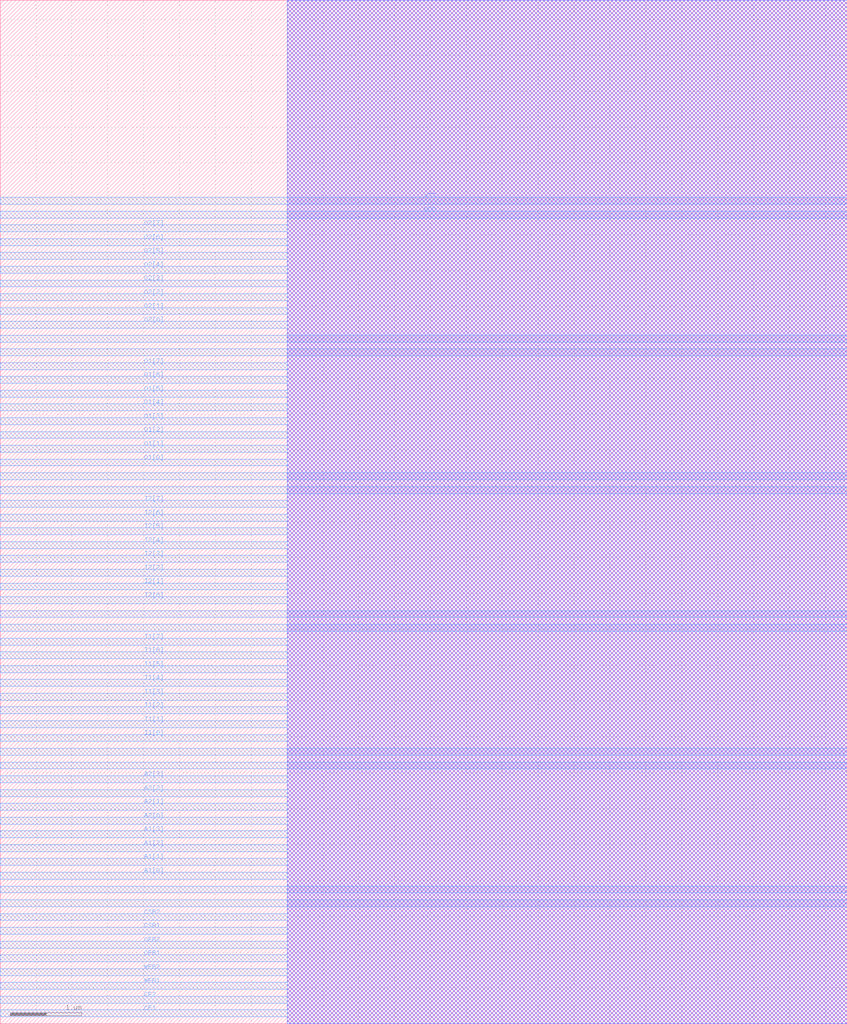
<source format=lef>
VERSION 5.6 ;
BUSBITCHARS "[]" ;
DIVIDERCHAR "/" ;

MACRO SRAM2RW16x8
  CLASS BLOCK ;
  ORIGIN 0 0 ;
  FOREIGN SRAM2RW16x8 0 0 ;
  SIZE 11.808 BY 14.272 ;
  SYMMETRY X Y ;
  SITE asap7sc7p5t ;
  PIN VDD
    DIRECTION INOUT ;
    USE POWER ;
    PORT 
      LAYER M4 ;
        RECT 0.0 1.632 11.808 1.728 ;
        RECT 0.0 3.552 11.808 3.648 ;
        RECT 0.0 5.472 11.808 5.568 ;
        RECT 0.0 7.392 11.808 7.488 ;
        RECT 0.0 9.312 11.808 9.408 ;
        RECT 0.0 11.232 11.808 11.328 ;
    END 
  END VDD
  PIN VSS
    DIRECTION INOUT ;
    USE GROUND ;
    PORT 
      LAYER M4 ;
        RECT 0.0 1.824 11.808 1.92 ;
        RECT 0.0 3.744 11.808 3.84 ;
        RECT 0.0 5.664 11.808 5.76 ;
        RECT 0.0 7.584 11.808 7.68 ;
        RECT 0.0 9.504 11.808 9.6 ;
        RECT 0.0 11.424 11.808 11.52 ;
    END 
  END VSS
  PIN CE1
    DIRECTION INPUT ;
    USE SIGNAL ;
    PORT 
      LAYER M4 ;
        RECT 0.0 0.096 4.0 0.192 ;
    END 
  END CE1
  PIN CE2
    DIRECTION INPUT ;
    USE SIGNAL ;
    PORT 
      LAYER M4 ;
        RECT 0.0 0.288 4.0 0.384 ;
    END 
  END CE2
  PIN WEB1
    DIRECTION INPUT ;
    USE SIGNAL ;
    PORT 
      LAYER M4 ;
        RECT 0.0 0.48 4.0 0.576 ;
    END 
  END WEB1
  PIN WEB2
    DIRECTION INPUT ;
    USE SIGNAL ;
    PORT 
      LAYER M4 ;
        RECT 0.0 0.672 4.0 0.768 ;
    END 
  END WEB2
  PIN OEB1
    DIRECTION INPUT ;
    USE SIGNAL ;
    PORT 
      LAYER M4 ;
        RECT 0.0 0.864 4.0 0.96 ;
    END 
  END OEB1
  PIN OEB2
    DIRECTION INPUT ;
    USE SIGNAL ;
    PORT 
      LAYER M4 ;
        RECT 0.0 1.056 4.0 1.152 ;
    END 
  END OEB2
  PIN CSB1
    DIRECTION INPUT ;
    USE SIGNAL ;
    PORT 
      LAYER M4 ;
        RECT 0.0 1.248 4.0 1.344 ;
    END 
  END CSB1
  PIN CSB2
    DIRECTION INPUT ;
    USE SIGNAL ;
    PORT 
      LAYER M4 ;
        RECT 0.0 1.44 4.0 1.536 ;
    END 
  END CSB2
  PIN A1[0]
    DIRECTION INPUT ;
    USE SIGNAL ;
    PORT 
      LAYER M4 ;
        RECT 0.0 2.016 4.0 2.112 ;
    END 
  END A1[0]
  PIN A1[1]
    DIRECTION INPUT ;
    USE SIGNAL ;
    PORT 
      LAYER M4 ;
        RECT 0.0 2.208 4.0 2.304 ;
    END 
  END A1[1]
  PIN A1[2]
    DIRECTION INPUT ;
    USE SIGNAL ;
    PORT 
      LAYER M4 ;
        RECT 0.0 2.4 4.0 2.496 ;
    END 
  END A1[2]
  PIN A1[3]
    DIRECTION INPUT ;
    USE SIGNAL ;
    PORT 
      LAYER M4 ;
        RECT 0.0 2.592 4.0 2.688 ;
    END 
  END A1[3]
  PIN A2[0]
    DIRECTION INPUT ;
    USE SIGNAL ;
    PORT 
      LAYER M4 ;
        RECT 0.0 2.784 4.0 2.88 ;
    END 
  END A2[0]
  PIN A2[1]
    DIRECTION INPUT ;
    USE SIGNAL ;
    PORT 
      LAYER M4 ;
        RECT 0.0 2.976 4.0 3.072 ;
    END 
  END A2[1]
  PIN A2[2]
    DIRECTION INPUT ;
    USE SIGNAL ;
    PORT 
      LAYER M4 ;
        RECT 0.0 3.168 4.0 3.264 ;
    END 
  END A2[2]
  PIN A2[3]
    DIRECTION INPUT ;
    USE SIGNAL ;
    PORT 
      LAYER M4 ;
        RECT 0.0 3.36 4.0 3.456 ;
    END 
  END A2[3]
  PIN I1[0]
    DIRECTION INPUT ;
    USE SIGNAL ;
    PORT 
      LAYER M4 ;
        RECT 0.0 3.936 4.0 4.032 ;
    END 
  END I1[0]
  PIN I1[1]
    DIRECTION INPUT ;
    USE SIGNAL ;
    PORT 
      LAYER M4 ;
        RECT 0.0 4.128 4.0 4.224 ;
    END 
  END I1[1]
  PIN I1[2]
    DIRECTION INPUT ;
    USE SIGNAL ;
    PORT 
      LAYER M4 ;
        RECT 0.0 4.32 4.0 4.416 ;
    END 
  END I1[2]
  PIN I1[3]
    DIRECTION INPUT ;
    USE SIGNAL ;
    PORT 
      LAYER M4 ;
        RECT 0.0 4.512 4.0 4.608 ;
    END 
  END I1[3]
  PIN I1[4]
    DIRECTION INPUT ;
    USE SIGNAL ;
    PORT 
      LAYER M4 ;
        RECT 0.0 4.704 4.0 4.8 ;
    END 
  END I1[4]
  PIN I1[5]
    DIRECTION INPUT ;
    USE SIGNAL ;
    PORT 
      LAYER M4 ;
        RECT 0.0 4.896 4.0 4.992 ;
    END 
  END I1[5]
  PIN I1[6]
    DIRECTION INPUT ;
    USE SIGNAL ;
    PORT 
      LAYER M4 ;
        RECT 0.0 5.088 4.0 5.184 ;
    END 
  END I1[6]
  PIN I1[7]
    DIRECTION INPUT ;
    USE SIGNAL ;
    PORT 
      LAYER M4 ;
        RECT 0.0 5.28 4.0 5.376 ;
    END 
  END I1[7]
  PIN I2[0]
    DIRECTION INPUT ;
    USE SIGNAL ;
    PORT 
      LAYER M4 ;
        RECT 0.0 5.856 4.0 5.952 ;
    END 
  END I2[0]
  PIN I2[1]
    DIRECTION INPUT ;
    USE SIGNAL ;
    PORT 
      LAYER M4 ;
        RECT 0.0 6.048 4.0 6.144 ;
    END 
  END I2[1]
  PIN I2[2]
    DIRECTION INPUT ;
    USE SIGNAL ;
    PORT 
      LAYER M4 ;
        RECT 0.0 6.24 4.0 6.336 ;
    END 
  END I2[2]
  PIN I2[3]
    DIRECTION INPUT ;
    USE SIGNAL ;
    PORT 
      LAYER M4 ;
        RECT 0.0 6.432 4.0 6.528 ;
    END 
  END I2[3]
  PIN I2[4]
    DIRECTION INPUT ;
    USE SIGNAL ;
    PORT 
      LAYER M4 ;
        RECT 0.0 6.624 4.0 6.72 ;
    END 
  END I2[4]
  PIN I2[5]
    DIRECTION INPUT ;
    USE SIGNAL ;
    PORT 
      LAYER M4 ;
        RECT 0.0 6.816 4.0 6.912 ;
    END 
  END I2[5]
  PIN I2[6]
    DIRECTION INPUT ;
    USE SIGNAL ;
    PORT 
      LAYER M4 ;
        RECT 0.0 7.008 4.0 7.104 ;
    END 
  END I2[6]
  PIN I2[7]
    DIRECTION INPUT ;
    USE SIGNAL ;
    PORT 
      LAYER M4 ;
        RECT 0.0 7.2 4.0 7.296 ;
    END 
  END I2[7]
  PIN O1[0]
    DIRECTION OUTPUT ;
    USE SIGNAL ;
    PORT 
      LAYER M4 ;
        RECT 0.0 7.776 4.0 7.872 ;
    END 
  END O1[0]
  PIN O1[1]
    DIRECTION OUTPUT ;
    USE SIGNAL ;
    PORT 
      LAYER M4 ;
        RECT 0.0 7.968 4.0 8.064 ;
    END 
  END O1[1]
  PIN O1[2]
    DIRECTION OUTPUT ;
    USE SIGNAL ;
    PORT 
      LAYER M4 ;
        RECT 0.0 8.16 4.0 8.256 ;
    END 
  END O1[2]
  PIN O1[3]
    DIRECTION OUTPUT ;
    USE SIGNAL ;
    PORT 
      LAYER M4 ;
        RECT 0.0 8.352 4.0 8.448 ;
    END 
  END O1[3]
  PIN O1[4]
    DIRECTION OUTPUT ;
    USE SIGNAL ;
    PORT 
      LAYER M4 ;
        RECT 0.0 8.544 4.0 8.64 ;
    END 
  END O1[4]
  PIN O1[5]
    DIRECTION OUTPUT ;
    USE SIGNAL ;
    PORT 
      LAYER M4 ;
        RECT 0.0 8.736 4.0 8.832 ;
    END 
  END O1[5]
  PIN O1[6]
    DIRECTION OUTPUT ;
    USE SIGNAL ;
    PORT 
      LAYER M4 ;
        RECT 0.0 8.928 4.0 9.024 ;
    END 
  END O1[6]
  PIN O1[7]
    DIRECTION OUTPUT ;
    USE SIGNAL ;
    PORT 
      LAYER M4 ;
        RECT 0.0 9.12 4.0 9.216 ;
    END 
  END O1[7]
  PIN O2[0]
    DIRECTION OUTPUT ;
    USE SIGNAL ;
    PORT 
      LAYER M4 ;
        RECT 0.0 9.696 4.0 9.792 ;
    END 
  END O2[0]
  PIN O2[1]
    DIRECTION OUTPUT ;
    USE SIGNAL ;
    PORT 
      LAYER M4 ;
        RECT 0.0 9.888 4.0 9.984 ;
    END 
  END O2[1]
  PIN O2[2]
    DIRECTION OUTPUT ;
    USE SIGNAL ;
    PORT 
      LAYER M4 ;
        RECT 0.0 10.08 4.0 10.176 ;
    END 
  END O2[2]
  PIN O2[3]
    DIRECTION OUTPUT ;
    USE SIGNAL ;
    PORT 
      LAYER M4 ;
        RECT 0.0 10.272 4.0 10.368 ;
    END 
  END O2[3]
  PIN O2[4]
    DIRECTION OUTPUT ;
    USE SIGNAL ;
    PORT 
      LAYER M4 ;
        RECT 0.0 10.464 4.0 10.56 ;
    END 
  END O2[4]
  PIN O2[5]
    DIRECTION OUTPUT ;
    USE SIGNAL ;
    PORT 
      LAYER M4 ;
        RECT 0.0 10.656 4.0 10.752 ;
    END 
  END O2[5]
  PIN O2[6]
    DIRECTION OUTPUT ;
    USE SIGNAL ;
    PORT 
      LAYER M4 ;
        RECT 0.0 10.848 4.0 10.944 ;
    END 
  END O2[6]
  PIN O2[7]
    DIRECTION OUTPUT ;
    USE SIGNAL ;
    PORT 
      LAYER M4 ;
        RECT 0.0 11.04 4.0 11.136 ;
    END 
  END O2[7]
  OBS 
    LAYER M1 ;
      RECT 4.0 0.0 11.808 14.272 ;
    LAYER M2 ;
      RECT 4.0 0.0 11.808 14.272 ;
    LAYER M3 ;
      RECT 4.0 0.0 11.808 14.272 ;
  END 
END SRAM2RW16x8

END LIBRARY
</source>
